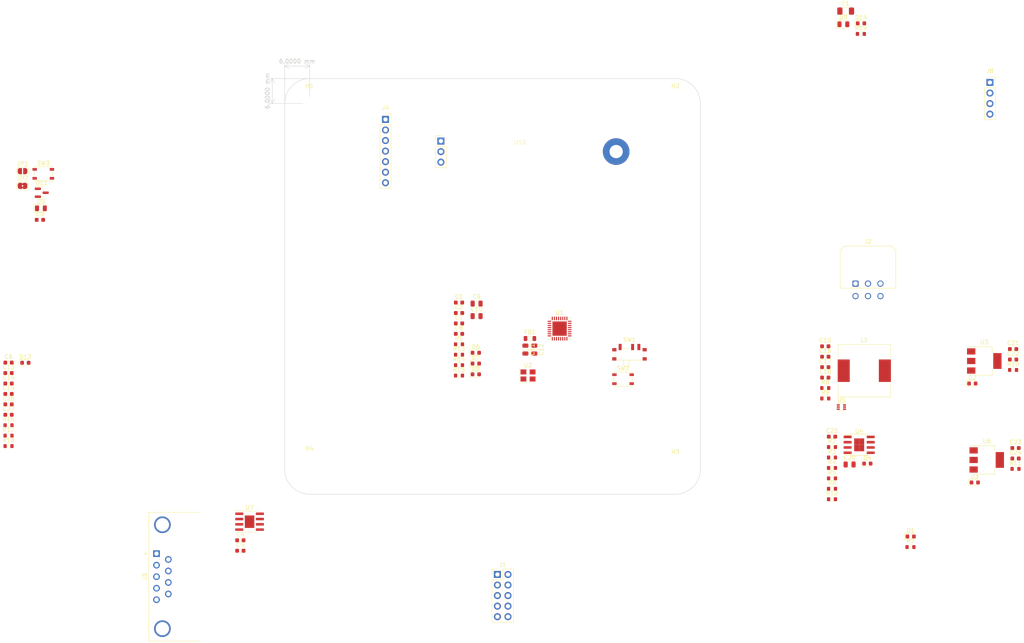
<source format=kicad_pcb>
(kicad_pcb (version 20221018) (generator pcbnew)
  (layers (0 "F.Cu" signal) (31 "B.Cu" signal) (34 "B.Paste" user) (35 "F.Paste" user) (36 "B.SilkS" user "B.Silkscreen") (37 "F.SilkS" user "F.Silkscreen") (38 "B.Mask" user) (39 "F.Mask" user) (44 "Edge.Cuts" user))
  (net 0 "")
  (net 1 "GND")
  (net 2 "+3V3")
  (net 3 "/NRST")
  (net 4 "/TARE")
  (net 5 "+5V")
  (net 6 "+3.3V")
  (net 7 "+3.3VA")
  (net 8 "Net-(C12-Pad1)")
  (net 9 "+12V")
  (net 10 "/Power/7V")
  (net 11 "Net-(U5-SW)")
  (net 12 "Net-(U5-BST)")
  (net 13 "Net-(C19-Pad2)")
  (net 14 "/Power/12V_UP")
  (net 15 "Net-(C26-Pad2)")
  (net 16 "VBUS_UP")
  (net 17 "Net-(D1-K)")
  (net 18 "Net-(D1-A)")
  (net 19 "Net-(D2-A)")
  (net 20 "Net-(D3-A)")
  (net 21 "Net-(D4-A)")
  (net 22 "/H2_Sense")
  (net 23 "Net-(D6-A)")
  (net 24 "Net-(D7-A)")
  (net 25 "Net-(D8-A)")
  (net 26 "Net-(D9-K)")
  (net 27 "Net-(D9-A)")
  (net 28 "V_HEAT")
  (net 29 "Net-(U10-V_HEAT)")
  (net 30 "Net-(D12-K)")
  (net 31 "Net-(D14-A)")
  (net 32 "/DEBUG_SWDIO")
  (net 33 "/DEBUG_SWCLK")
  (net 34 "/DEBUG_SWO")
  (net 38 "/CD-")
  (net 43 "/CD+")
  (net 46 "/Sensors/SHT_ALRT")
  (net 47 "/Sensors/SHT_RST")
  (net 48 "Net-(J4-Pin_3)")
  (net 49 "/Sensors/SDA")
  (net 50 "/Sensors/SCL")
  (net 51 "Net-(SW1-B)")
  (net 52 "/BOOT0")
  (net 53 "/Power/I_{MON}")
  (net 54 "Net-(R2-Pad2)")
  (net 55 "/Power/~{FAULT}")
  (net 56 "/Power/5V_UP")
  (net 57 "Net-(U4-OVLO)")
  (net 58 "Net-(U4-EN{slash}UVLO)")
  (net 59 "Net-(U5-FB)")
  (net 60 "/GPLED3")
  (net 61 "/GPLED2")
  (net 62 "/GPLED1")
  (net 63 "Net-(U8-CBUS0)")
  (net 64 "Net-(U8-USBDP)")
  (net 65 "Net-(U8-USBDM)")
  (net 67 "/CAN_STBY")
  (net 68 "/XCLK")
  (net 69 "/UART_TX")
  (net 70 "/UART_RX")
  (net 75 "/SDL_Common")
  (net 76 "/SDA_Common")
  (net 77 "/CAN_RX")
  (net 78 "/CAN_TX")
  (net 79 "/DEBUG_SDCLK")
  (net 82 "/GPSW1")
  (net 83 "/GPBTN1")
  (net 84 "/Sensors/V_SENSE")
  (net 85 "/SCL")
  (net 86 "/SDA")
  (footprint "Connector_Molex:Molex_Micro-Fit_3.0_43045-0600_2x03_P3.00mm_Horizontal" (layer "F.Cu") (at 224.33 100.332)
    (fp_text reference "J2" (at 3 -10.12) (layer "F.SilkS"))
    (fp_text value "Conn_02x03_Top_Bottom")
    (pad "" np_thru_hole circle (at 3 -4.32) (size 3 3) (drill 3) (layers "*.Cu" "*.Mask"))
    (pad "1" thru_hole roundrect (at 0 0) (size 1.5 1.5) (drill 1.02) (layers "*.Cu" "*.Mask") (roundrect_rratio 0.166667) (net 14 "/Power/12V_UP"))
    (pad "2" thru_hole circle (at 3 0) (size 1.5 1.5) (drill 1.02) (layers "*.Cu" "*.Mask") (net 1 "GND"))
    (pad "3" thru_hole circle (at 6 0) (size 1.5 1.5) (drill 1.02) (layers "*.Cu" "*.Mask") (net 56 "/Power/5V_UP"))
    (pad "4" thru_hole circle (at 0 3) (size 1.5 1.5) (drill 1.02) (layers "*.Cu" "*.Mask") (net 14 "/Power/12V_UP"))
    (pad "5" thru_hole circle (at 3 3) (size 1.5 1.5) (drill 1.02) (layers "*.Cu" "*.Mask") (net 1 "GND"))
    (pad "6" thru_hole circle (at 6 3) (size 1.5 1.5) (drill 1.02) (layers "*.Cu" "*.Mask") (net 56 "/Power/5V_UP"))
  )
  (footprint "Capacitor_SMD:C_0603_1608Metric" (layer "F.Cu") (at 128.938 109.911)
    (fp_text reference "C7" (at 0 -1.43) (layer "F.SilkS"))
    (fp_text value "100n")
    (pad "1" smd roundrect (at -0.775 0) (size 0.9 0.95) (layers "F.Cu" "F.Paste" "F.Mask") (net 6 "+3.3V"))
    (pad "2" smd roundrect (at 0.775 0) (size 0.9 0.95) (layers "F.Cu" "F.Paste" "F.Mask") (net 1 "GND"))
  )
  (footprint "Capacitor_SMD:C_0603_1608Metric" (layer "F.Cu") (at 262.242 118.588)
    (fp_text reference "C22" (at 0 -1.43) (layer "F.SilkS"))
    (fp_text value "22u")
    (pad "1" smd roundrect (at -0.775 0) (size 0.9 0.95) (layers "F.Cu" "F.Paste" "F.Mask") (net 5 "+5V"))
    (pad "2" smd roundrect (at 0.775 0) (size 0.9 0.95) (layers "F.Cu" "F.Paste" "F.Mask") (net 1 "GND"))
  )
  (footprint "Capacitor_SMD:C_0603_1608Metric" (layer "F.Cu") (at 217.054 122.945)
    (fp_text reference "C18" (at 0 -1.43) (layer "F.SilkS"))
    (fp_text value "100n")
    (pad "1" smd roundrect (at -0.775 0) (size 0.9 0.95) (layers "F.Cu" "F.Paste" "F.Mask") (net 11 "Net-(U5-SW)"))
    (pad "2" smd roundrect (at 0.775 0) (size 0.9 0.95) (layers "F.Cu" "F.Paste" "F.Mask") (net 12 "Net-(U5-BST)"))
  )
  (footprint "Capacitor_SMD:C_0603_1608Metric" (layer "F.Cu") (at 262.827 139.887)
    (fp_text reference "C23" (at 0 -1.43) (layer "F.SilkS"))
    (fp_text value "10u")
    (pad "1" smd roundrect (at -0.775 0) (size 0.9 0.95) (layers "F.Cu" "F.Paste" "F.Mask") (net 5 "+5V"))
    (pad "2" smd roundrect (at 0.775 0) (size 0.9 0.95) (layers "F.Cu" "F.Paste" "F.Mask") (net 1 "GND"))
  )
  (footprint "Resistor_SMD:R_0603_1608Metric" (layer "F.Cu") (at 218.6775 139.657)
    (fp_text reference "R2" (at 0 -1.43) (layer "F.SilkS"))
    (fp_text value "464")
    (pad "1" smd roundrect (at -0.825 0) (size 0.8 0.95) (layers "F.Cu" "F.Paste" "F.Mask") (net 53 "/Power/I_{MON}"))
    (pad "2" smd roundrect (at 0.825 0) (size 0.8 0.95) (layers "F.Cu" "F.Paste" "F.Mask") (net 54 "Net-(R2-Pad2)"))
  )
  (footprint "Resistor_SMD:R_0603_1608Metric" (layer "F.Cu") (at 218.6775 147.187)
    (fp_text reference "R5" (at 0 -1.43) (layer "F.SilkS"))
    (fp_text value "13k")
    (pad "1" smd roundrect (at -0.825 0) (size 0.8 0.95) (layers "F.Cu" "F.Paste" "F.Mask") (net 58 "Net-(U4-EN{slash}UVLO)"))
    (pad "2" smd roundrect (at 0.825 0) (size 0.8 0.95) (layers "F.Cu" "F.Paste" "F.Mask") (net 57 "Net-(U4-OVLO)"))
  )
  (footprint "Capacitor_SMD:C_0603_1608Metric" (layer "F.Cu") (at 217.054 115.415)
    (fp_text reference "C15" (at 0 -1.43) (layer "F.SilkS"))
    (fp_text value "10u")
    (pad "1" smd roundrect (at -0.775 0) (size 0.9 0.95) (layers "F.Cu" "F.Paste" "F.Mask") (net 9 "+12V"))
    (pad "2" smd roundrect (at 0.775 0) (size 0.9 0.95) (layers "F.Cu" "F.Paste" "F.Mask") (net 1 "GND"))
  )
  (footprint "Capacitor_SMD:C_0603_1608Metric" (layer "F.Cu") (at 262.827 142.397)
    (fp_text reference "C24" (at 0 -1.43) (layer "F.SilkS"))
    (fp_text value "22u")
    (pad "1" smd roundrect (at -0.775 0) (size 0.9 0.95) (layers "F.Cu" "F.Paste" "F.Mask") (net 2 "+3V3"))
    (pad "2" smd roundrect (at 0.775 0) (size 0.9 0.95) (layers "F.Cu" "F.Paste" "F.Mask") (net 1 "GND"))
  )
  (footprint "Capacitor_SMD:C_0603_1608Metric" (layer "F.Cu") (at 20.5625 121.85)
    (fp_text reference "C13" (at 0 -1.43) (layer "F.SilkS"))
    (fp_text value "4u7")
    (pad "1" smd roundrect (at -0.775 0) (size 0.9 0.95) (layers "F.Cu" "F.Paste" "F.Mask") (net 5 "+5V"))
    (pad "2" smd roundrect (at 0.775 0) (size 0.9 0.95) (layers "F.Cu" "F.Paste" "F.Mask") (net 1 "GND"))
  )
  (footprint "Package_DFN_QFN:QFN-32-1EP_5x5mm_P0.5mm_EP3.45x3.45mm" (layer "F.Cu") (at 153.1375 111.153)
    (fp_text reference "U1" (at 0 -3.82) (layer "F.SilkS"))
    (fp_text value "STM32L432KCUx")
    (pad "1" smd roundrect (at -2.4375 -1.75) (size 0.875 0.25) (layers "F.Cu" "F.Paste" "F.Mask") (net 6 "+3.3V"))
    (pad "2" smd roundrect (at -2.4375 -1.25) (size 0.875 0.25) (layers "F.Cu" "F.Paste" "F.Mask"))
    (pad "3" smd roundrect (at -2.4375 -0.75) (size 0.875 0.25) (layers "F.Cu" "F.Paste" "F.Mask") (net 67 "/CAN_STBY"))
    (pad "4" smd roundrect (at -2.4375 -0.25) (size 0.875 0.25) (layers "F.Cu" "F.Paste" "F.Mask") (net 3 "/NRST"))
    (pad "5" smd roundrect (at -2.4375 0.25) (size 0.875 0.25) (layers "F.Cu" "F.Paste" "F.Mask") (net 7 "+3.3VA"))
    (pad "6" smd roundrect (at -2.4375 0.75) (size 0.875 0.25) (layers "F.Cu" "F.Paste" "F.Mask") (net 68 "/XCLK"))
    (pad "7" smd roundrect (at -2.4375 1.25) (size 0.875 0.25) (layers "F.Cu" "F.Paste" "F.Mask") (net 22 "/H2_Sense"))
    (pad "8" smd roundrect (at -2.4375 1.75) (size 0.875 0.25) (layers "F.Cu" "F.Paste" "F.Mask") (net 69 "/UART_TX"))
    (pad "9" smd roundrect (at -1.75 2.4375) (size 0.25 0.875) (layers "F.Cu" "F.Paste" "F.Mask") (net 70 "/UART_RX"))
    (pad "10" smd roundrect (at -1.25 2.4375) (size 0.25 0.875) (layers "F.Cu" "F.Paste" "F.Mask"))
    (pad "11" smd roundrect (at -0.75 2.4375) (size 0.25 0.875) (layers "F.Cu" "F.Paste" "F.Mask") (net 62 "/GPLED1"))
    (pad "12" smd roundrect (at -0.25 2.4375) (size 0.25 0.875) (layers "F.Cu" "F.Paste" "F.Mask") (net 61 "/GPLED2"))
    (pad "13" smd roundrect (at 0.25 2.4375) (size 0.25 0.875) (layers "F.Cu" "F.Paste" "F.Mask") (net 60 "/GPLED3"))
    (pad "14" smd roundrect (at 0.75 2.4375) (size 0.25 0.875) (layers "F.Cu" "F.Paste" "F.Mask"))
    (pad "15" smd roundrect (at 1.25 2.4375) (size 0.25 0.875) (layers "F.Cu" "F.Paste" "F.Mask"))
    (pad "16" smd roundrect (at 1.75 2.4375) (size 0.25 0.875) (layers "F.Cu" "F.Paste" "F.Mask") (net 1 "GND"))
    (pad "17" smd roundrect (at 2.4375 1.75) (size 0.875 0.25) (layers "F.Cu" "F.Paste" "F.Mask") (net 6 "+3.3V"))
    (pad "18" smd roundrect (at 2.4375 1.25) (size 0.875 0.25) (layers "F.Cu" "F.Paste" "F.Mask"))
    (pad "19" smd roundrect (at 2.4375 0.75) (size 0.875 0.25) (layers "F.Cu" "F.Paste" "F.Mask") (net 75 "/SDL_Common"))
    (pad "20" smd roundrect (at 2.4375 0.25) (size 0.875 0.25) (layers "F.Cu" "F.Paste" "F.Mask") (net 76 "/SDA_Common"))
    (pad "21" smd roundrect (at 2.4375 -0.25) (size 0.875 0.25) (layers "F.Cu" "F.Paste" "F.Mask") (net 77 "/CAN_RX"))
    (pad "22" smd roundrect (at 2.4375 -0.75) (size 0.875 0.25) (layers "F.Cu" "F.Paste" "F.Mask") (net 78 "/CAN_TX"))
    (pad "23" smd roundrect (at 2.4375 -1.25) (size 0.875 0.25) (layers "F.Cu" "F.Paste" "F.Mask") (net 32 "/DEBUG_SWDIO"))
    (pad "24" smd roundrect (at 2.4375 -1.75) (size 0.875 0.25) (layers "F.Cu" "F.Paste" "F.Mask") (net 79 "/DEBUG_SDCLK"))
    (pad "25" smd roundrect (at 1.75 -2.4375) (size 0.25 0.875) (layers "F.Cu" "F.Paste" "F.Mask"))
    (pad "26" smd roundrect (at 1.25 -2.4375) (size 0.25 0.875) (layers "F.Cu" "F.Paste" "F.Mask") (net 34 "/DEBUG_SWO"))
    (pad "27" smd roundrect (at 0.75 -2.4375) (size 0.25 0.875) (layers "F.Cu" "F.Paste" "F.Mask"))
    (pad "28" smd roundrect (at 0.25 -2.4375) (size 0.25 0.875) (layers "F.Cu" "F.Paste" "F.Mask") (net 4 "/TARE"))
    (pad "29" smd roundrect (at -0.25 -2.4375) (size 0.25 0.875) (layers "F.Cu" "F.Paste" "F.Mask") (net 82 "/GPSW1"))
    (pad "30" smd roundrect (at -0.75 -2.4375) (size 0.25 0.875) (layers "F.Cu" "F.Paste" "F.Mask") (net 83 "/GPBTN1"))
    (pad "31" smd roundrect (at -1.25 -2.4375) (size 0.25 0.875) (layers "F.Cu" "F.Paste" "F.Mask") (net 52 "/BOOT0"))
    (pad "32" smd roundrect (at -1.75 -2.4375) (size 0.25 0.875) (layers "F.Cu" "F.Paste" "F.Mask") (net 1 "GND"))
    (pad "33" smd rect (at 0 0) (size 3.45 3.45) (layers "F.Cu" "F.Mask") (net 1 "GND"))
  )
  (footprint "Connector_PinSocket_2.54mm:PinSocket_1x07_P2.54mm_Vertical" (layer "F.Cu") (at 111.252 60.833)
    (fp_text reference "J4" (at 0 -2.77) (layer "F.SilkS"))
    (fp_text value "SHT31D Module")
    (pad "1" thru_hole rect (at 0 0) (size 1.7 1.7) (drill 1) (layers "*.Cu" "*.Mask") (net 46 "/Sensors/SHT_ALRT"))
    (pad "2" thru_hole oval (at 0 2.54) (size 1.7 1.7) (drill 1) (layers "*.Cu" "*.Mask") (net 47 "/Sensors/SHT_RST"))
    (pad "3" thru_hole oval (at 0 5.08) (size 1.7 1.7) (drill 1) (layers "*.Cu" "*.Mask") (net 48 "Net-(J4-Pin_3)"))
    (pad "4" thru_hole oval (at 0 7.62) (size 1.7 1.7) (drill 1) (layers "*.Cu" "*.Mask") (net 49 "/Sensors/SDA"))
    (pad "5" thru_hole oval (at 0 10.16) (size 1.7 1.7) (drill 1) (layers "*.Cu" "*.Mask") (net 50 "/Sensors/SCL"))
    (pad "6" thru_hole oval (at 0 12.7) (size 1.7 1.7) (drill 1) (layers "*.Cu" "*.Mask") (net 1 "GND"))
    (pad "7" thru_hole oval (at 0 15.24) (size 1.7 1.7) (drill 1) (layers "*.Cu" "*.Mask") (net 5 "+5V"))
  )
  (footprint "MountingHole:MountingHole_3.2mm_M3" (layer "F.Cu") (at 181 145)
    (fp_text reference "H3" (at 0 -4.2) (layer "F.SilkS"))
    (fp_text value "MountingHole")
    (pad "" np_thru_hole circle (at 0 0) (size 3.2 3.2) (drill 3.2) (layers "*.Cu" "*.Mask"))
  )
  (footprint "Connector_Dsub:DSUB-9_Female_Horizontal_P2.77x2.84mm_EdgePinOffset7.70mm_Housed_MountingHolesOffset9.12mm" (layer "F.Cu") (at 56.160338 165.307 90)
    (fp_text reference "J3" (at -5.54 -2.8 90) (layer "F.SilkS"))
    (fp_text value "Conn_01x09_Socket")
    (pad "0" thru_hole circle (at -18.04 1.42 90) (size 4 4) (drill 3.2) (layers "*.Cu" "*.Mask"))
    (pad "0" thru_hole circle (at 6.96 1.42 90) (size 4 4) (drill 3.2) (layers "*.Cu" "*.Mask"))
    (pad "1" thru_hole rect (at 0 0 90) (size 1.6 1.6) (drill 1) (layers "*.Cu" "*.Mask"))
    (pad "2" thru_hole circle (at -2.77 0 90) (size 1.6 1.6) (drill 1) (layers "*.Cu" "*.Mask") (net 38 "/CD-"))
    (pad "3" thru_hole circle (at -5.54 0 90) (size 1.6 1.6) (drill 1) (layers "*.Cu" "*.Mask"))
    (pad "4" thru_hole circle (at -8.31 0 90) (size 1.6 1.6) (drill 1) (layers "*.Cu" "*.Mask"))
    (pad "5" thru_hole circle (at -11.08 0 90) (size 1.6 1.6) (drill 1) (layers "*.Cu" "*.Mask"))
    (pad "6" thru_hole circle (at -1.385 2.84 90) (size 1.6 1.6) (drill 1) (layers "*.Cu" "*.Mask"))
    (pad "7" thru_hole circle (at -4.155 2.84 90) (size 1.6 1.6) (drill 1) (layers "*.Cu" "*.Mask") (net 43 "/CD+"))
    (pad "8" thru_hole circle (at -6.925 2.84 90) (size 1.6 1.6) (drill 1) (layers "*.Cu" "*.Mask"))
    (pad "9" thru_hole circle (at -9.695 2.84 90) (size 1.6 1.6) (drill 1) (layers "*.Cu" "*.Mask"))
  )
  (footprint "Resistor_SMD:R_0603_1608Metric" (layer "F.Cu") (at 237.5515 163.713)
    (fp_text reference "R7" (at 0 -1.43) (layer "F.SilkS"))
    (fp_text value "600R")
    (pad "1" smd roundrect (at -0.825 0) (size 0.8 0.95) (layers "F.Cu" "F.Paste" "F.Mask") (net 56 "/Power/5V_UP"))
    (pad "2" smd roundrect (at 0.825 0) (size 0.8 0.95) (layers "F.Cu" "F.Paste" "F.Mask") (net 18 "Net-(D1-A)"))
  )
  (footprint "Package_SO:SOIC-8-1EP_3.9x4.9mm_P1.27mm_EP2.29x3mm" (layer "F.Cu") (at 78.551 157.607)
    (fp_text reference "U7" (at 0 -3.4) (layer "F.SilkS"))
    (fp_text value "MCP2542FD-E/SN")
    (pad "1" smd roundrect (at -2.475 -1.905) (size 1.95 0.6) (layers "F.Cu" "F.Paste" "F.Mask") (net 78 "/CAN_TX"))
    (pad "2" smd roundrect (at -2.475 -0.635) (size 1.95 0.6) (layers "F.Cu" "F.Paste" "F.Mask") (net 1 "GND"))
    (pad "3" smd roundrect (at -2.475 0.635) (size 1.95 0.6) (layers "F.Cu" "F.Paste" "F.Mask") (net 5 "+5V"))
    (pad "4" smd roundrect (at -2.475 1.905) (size 1.95 0.6) (layers "F.Cu" "F.Paste" "F.Mask") (net 77 "/CAN_RX"))
    (pad "5" smd roundrect (at 2.475 1.905) (size 1.95 0.6) (layers "F.Cu" "F.Paste" "F.Mask") (net 2 "+3V3"))
    (pad "6" smd roundrect (at 2.475 0.635) (size 1.95 0.6) (layers "F.Cu" "F.Paste" "F.Mask") (net 38 "/CD-"))
    (pad "7" smd roundrect (at 2.475 -0.635) (size 1.95 0.6) (layers "F.Cu" "F.Paste" "F.Mask") (net 43 "/CD+"))
    (pad "8" smd roundrect (at 2.475 -1.905) (size 1.95 0.6) (layers "F.Cu" "F.Paste" "F.Mask") (net 67 "/CAN_STBY"))
    (pad "9" smd rect (at 0 0) (size 2.29 3) (layers "F.Cu" "F.Mask") (net 1 "GND"))
  )
  (footprint "Inductor_SMD:L_0805_2012Metric" (layer "F.Cu") (at 146.0035 113.538)
    (fp_text reference "FB1" (at 0 -1.55) (layer "F.SilkS"))
    (fp_text value "600R")
    (pad "1" smd roundrect (at -1.0625 0) (size 0.875 1.2) (layers "F.Cu" "F.Paste" "F.Mask") (net 7 "+3.3VA"))
    (pad "2" smd roundrect (at 1.0625 0) (size 0.875 1.2) (layers "F.Cu" "F.Paste" "F.Mask") (net 8 "Net-(C12-Pad1)"))
  )
  (footprint "Capacitor_SMD:C_0603_1608Metric" (layer "F.Cu") (at 128.938 112.421)
    (fp_text reference "C8" (at 0 -1.43) (layer "F.SilkS"))
    (fp_text value "100n")
    (pad "1" smd roundrect (at -0.775 0) (size 0.9 0.95) (layers "F.Cu" "F.Paste" "F.Mask") (net 6 "+3.3V"))
    (pad "2" smd roundrect (at 0.775 0) (size 0.9 0.95) (layers "F.Cu" "F.Paste" "F.Mask") (net 1 "GND"))
  )
  (footprint "Jumper:SolderJumper-2_P1.3mm_Bridged2Bar_RoundedPad1.0x1.5mm" (layer "F.Cu") (at 23.9325 76.82)
    (fp_text reference "JP2" (at 0 -1.8) (layer "F.SilkS"))
    (fp_text value "Address 0x44")
    (fp_poly (pts (xy -0.25 -0.6) (xy 0.25 -0.6) (xy 0.25 -0.2) (xy -0.25 -0.2)) (fill solid) (layer "F.Cu"))
    (fp_poly (pts (xy -0.25 0.2) (xy 0.25 0.2) (xy 0.25 0.6) (xy -0.25 0.6)) (fill solid) (layer "F.Cu"))
    (pad "1" smd custom (at -0.65 0) (size 1 0.5) (layers "F.Cu" "F.Mask") (net 1 "GND") (options (clearance outline) (anchor rect)) (primitives (gr_circle (center 0 0.25) (end 0.5 0.25) (width 0) (fill yes)) (gr_circle (center 0 -0.25) (end 0.5 -0.25) (width 0) (fill yes)) (gr_poly (pts (xy 0.5 0.75) (xy 0 0.75) (xy 0 -0.75) (xy 0.5 -0.75)) (width 0) (fill yes))))
    (pad "2" smd custom (at 0.65 0) (size 1 0.5) (layers "F.Cu" "F.Mask") (net 48 "Net-(J4-Pin_3)") (options (clearance outline) (anchor rect)) (primitives (gr_circle (center 0 0.25) (end 0.5 0.25) (width 0) (fill yes)) (gr_circle (center 0 -0.25) (end 0.5 -0.25) (width 0) (fill yes)) (gr_poly (pts (xy 0 0.75) (xy -0.5 0.75) (xy -0.5 -0.75) (xy 0 -0.75)) (width 0) (fill yes))))
  )
  (footprint "Resistor_SMD:R_0603_1608Metric" (layer "F.Cu") (at 218.6775 149.697)
    (fp_text reference "R6" (at 0 -1.43) (layer "F.SilkS"))
    (fp_text value "450k")
    (pad "1" smd roundrect (at -0.825 0) (size 0.8 0.95) (layers "F.Cu" "F.Paste" "F.Mask") (net 58 "Net-(U4-EN{slash}UVLO)"))
    (pad "2" smd roundrect (at 0.825 0) (size 0.8 0.95) (layers "F.Cu" "F.Paste" "F.Mask") (net 14 "/Power/12V_UP"))
  )
  (footprint "Package_TO_SOT_SMD:SOT-563" (layer "F.Cu") (at 220.934 130.035)
    (fp_text reference "U5" (at 0 -1.7) (layer "F.SilkS"))
    (fp_text value "AP62250Z6")
    (pad "1" smd rect (at -0.75 -0.5) (size 0.7 0.34) (layers "F.Cu" "F.Paste" "F.Mask") (net 9 "+12V"))
    (pad "2" smd rect (at -0.75 0) (size 0.7 0.34) (layers "F.Cu" "F.Paste" "F.Mask") (net 11 "Net-(U5-SW)"))
    (pad "3" smd rect (at -0.75 0.5) (size 0.7 0.34) (layers "F.Cu" "F.Paste" "F.Mask") (net 1 "GND"))
    (pad "4" smd rect (at 0.75 0.5) (size 0.7 0.34) (layers "F.Cu" "F.Paste" "F.Mask") (net 12 "Net-(U5-BST)"))
    (pad "5" smd rect (at 0.75 0) (size 0.7 0.34) (layers "F.Cu" "F.Paste" "F.Mask") (net 9 "+12V"))
    (pad "6" smd rect (at 0.75 -0.5) (size 0.7 0.34) (layers "F.Cu" "F.Paste" "F.Mask") (net 59 "Net-(U5-FB)"))
  )
  (footprint "Resistor_SMD:R_0603_1608Metric" (layer "F.Cu") (at 20.5625 134.4)
    (fp_text reference "R16" (at 0 -1.43) (layer "F.SilkS"))
    (fp_text value "260R")
    (pad "1" smd roundrect (at -0.825 0) (size 0.8 0.95) (layers "F.Cu" "F.Paste" "F.Mask") (net 63 "Net-(U8-CBUS0)"))
    (pad "2" smd roundrect (at 0.825 0) (size 0.8 0.95) (layers "F.Cu" "F.Paste" "F.Mask") (net 30 "Net-(D12-K)"))
  )
  (footprint "SYM&FOOT:H2_Sensor_Daughter_Board_Rev_1" (layer "F.Cu") (at 143.628 68.566)
    (fp_text reference "U10" (at 0 -2.238 unlocked) (layer "F.SilkS") (effects (font (thickness 0.1))))
    (fp_text value "~")
    (pad "" thru_hole circle (at 23.114 0) (size 6.4 6.4) (drill 3.2) (layers "*.Cu" "*.Mask"))
    (pad "1" thru_hole rect (at -19.05 -2.525) (size 1.7 1.7) (drill 1) (layers "*.Cu" "*.Mask") (net 1 "GND"))
    (pad "2" thru_hole oval (at -19.05 0.015) (size 1.7 1.7) (drill 1) (layers "*.Cu" "*.Mask") (net 84 "/Sensors/V_SENSE"))
    (pad "3" thru_hole oval (at -19.05 2.555) (size 1.7 1.7) (drill 1) (layers "*.Cu" "*.Mask") (net 29 "Net-(U10-V_HEAT)"))
  )
  (footprint "Capacitor_SMD:C_0805_2012Metric" (layer "F.Cu") (at 222.9075 143.847)
    (fp_text reference "C20" (at 0 -1.68) (layer "F.SilkS"))
    (fp_text value "100u")
    (pad "1" smd roundrect (at -0.95 0) (size 1 1.45) (layers "F.Cu" "F.Paste" "F.Mask") (net 9 "+12V"))
    (pad "2" smd roundrect (at 0.95 0) (size 1 1.45) (layers "F.Cu" "F.Paste" "F.Mask") (net 1 "GND"))
  )
  (footprint "Package_SO:TI_SO-PowerPAD-8" (layer "F.Cu") (at 225.2075 139.117)
    (fp_text reference "U4" (at 0 -3.3) (layer "F.SilkS"))
    (fp_text value "TPS2596")
    (pad "1" smd rect (at -2.78 -1.905) (size 1.91 0.61) (layers "F.Cu" "F.Paste" "F.Mask") (net 1 "GND"))
    (pad "2" smd rect (at -2.78 -0.635) (size 1.91 0.61) (layers "F.Cu" "F.Paste" "F.Mask") (net 1 "GND"))
    (pad "3" smd rect (at -2.78 0.635) (size 1.91 0.61) (layers "F.Cu" "F.Paste" "F.Mask") (net 58 "Net-(U4-EN{slash}UVLO)"))
    (pad "4" smd rect (at -2.78 1.905) (size 1.91 0.61) (layers "F.Cu" "F.Paste" "F.Mask") (net 14 "/Power/12V_UP"))
    (pad "5" smd rect (at 2.78 1.905) (size 1.91 0.61) (layers "F.Cu" "F.Paste" "F.Mask") (net 9 "+12V"))
    (pad "6" smd rect (at 2.78 0.635) (size 1.91 0.61) (layers "F.Cu" "F.Paste" "F.Mask") (net 55 "/Power/~{FAULT}"))
    (pad "7" smd rect (at 2.78 -0.635) (size 1.91 0.61) (layers "F.Cu" "F.Paste" "F.Mask") (net 53 "/Power/I_{MON}"))
    (pad "8" smd rect (at 2.78 -1.905) (size 1.91 0.61) (layers "F.Cu" "F.Paste" "F.Mask") (net 57 "Net-(U4-OVLO)"))
    (pad "9" smd rect (at -0.6025 -0.775) (size 1.205 1.55) (layers "F.Cu" "F.Paste" "F.Mask") (net 1 "GND"))
    (pad "9" smd rect (at -0.6025 0.775) (size 1.205 1.55) (layers "F.Cu" "F.Paste" "F.Mask") (net 1 "GND"))
    (pad "9" smd rect (at 0.6025 -0.775) (size 1.205 1.55) (layers "F.Cu" "F.Paste" "F.Mask") (net 1 "GND"))
    (pad "9" smd rect (at 0.6025 0.775) (size 1.205 1.55) (layers "F.Cu" "F.Paste" "F.Mask") (net 1 "GND"))
  )
  (footprint "Capacitor_SMD:C_0603_1608Metric" (layer "F.Cu") (at 28.1125 84.99)
    (fp_text reference "C3" (at 0 -1.43) (layer "F.SilkS"))
    (fp_text value "100n")
    (pad "1" smd roundrect (at -0.775 0) (size 0.9 0.95) (layers "F.Cu" "F.Paste" "F.Mask") (net 1 "GND"))
    (pad "2" smd roundrect (at 0.775 0) (size 0.9 0.95) (layers "F.Cu" "F.Paste" "F.Mask") (net 4 "/TARE"))
  )
  (footprint "Capacitor_SMD:C_0603_1608Metric" (layer "F.Cu") (at 76.331 164.597)
    (fp_text reference "C5" (at 0 -1.43) (layer "F.SilkS"))
    (fp_text value "100n")
    (pad "1" smd roundrect (at -0.775 0) (size 0.9 0.95) (layers "F.Cu" "F.Paste" "F.Mask") (net 1 "GND"))
    (pad "2" smd roundrect (at 0.775 0) (size 0.9 0.95) (layers "F.Cu" "F.Paste" "F.Mask") (net 2 "+3V3"))
  )
  (footprint "Capacitor_SMD:C_0603_1608Metric" (layer "F.Cu") (at 20.5625 129.38)
    (fp_text reference "C26" (at 0 -1.43) (layer "F.SilkS"))
    (fp_text value "47p")
    (pad "1" smd roundrect (at -0.775 0) (size 0.9 0.95) (layers "F.Cu" "F.Paste" "F.Mask") (net 1 "GND"))
    (pad "2" smd roundrect (at 0.775 0) (size 0.9 0.95) (layers "F.Cu" "F.Paste" "F.Mask") (net 15 "Net-(C26-Pad2)"))
  )
  (footprint "Resistor_SMD:R_0603_1608Metric" (layer "F.Cu") (at 225.616 40.259)
    (fp_text reference "R19" (at 0 -1.43) (layer "F.SilkS"))
    (fp_text value "600R")
    (pad "1" smd roundrect (at -0.825 0) (size 0.8 0.95) (layers "F.Cu" "F.Paste" "F.Mask") (net 27 "Net-(D9-A)"))
    (pad "2" smd roundrect (at 0.825 0) (size 0.8 0.95) (layers "F.Cu" "F.Paste" "F.Mask") (net 31 "Net-(D14-A)"))
  )
  (footprint "MountingHole:MountingHole_3.2mm_M3" (layer "F.Cu") (at 181 57)
    (fp_text reference "H2" (at 0 -4.2) (layer "F.SilkS"))
    (fp_text value "MountingHole")
    (pad "" np_thru_hole circle (at 0 0) (size 3.2 3.2) (drill 3.2) (layers "*.Cu" "*.Mask"))
  )
  (footprint "Connector_PinHeader_2.54mm:PinHeader_2x05_P2.54mm_Vertical" (layer "F.Cu") (at 138.176 170.307)
    (fp_text reference "J1" (at 1.27 -2.33) (layer "F.SilkS"))
    (fp_text value "Conn_02x05_Top_Bottom")
    (pad "1" thru_hole rect (at 0 0) (size 1.7 1.7) (drill 1) (layers "*.Cu" "*.Mask") (net 2 "+3V3"))
    (pad "2" thru_hole oval (at 2.54 0) (size 1.7 1.7) (drill 1) (layers "*.Cu" "*.Mask") (net 32 "/DEBUG_SWDIO"))
    (pad "3" thru_hole oval (at 0 2.54) (size 1.7 1.7) (drill 1) (layers "*.Cu" "*.Mask") (net 1 "GND"))
    (pad "4" thru_hole oval (at 2.54 2.54) (size 1.7 1.7) (drill 1) (layers "*.Cu" "*.Mask") (net 33 "/DEBUG_SWCLK"))
    (pad "5" thru_hole oval (at 0 5.08) (size 1.7 1.7) (drill 1) (layers "*.Cu" "*.Mask") (net 1 "GND"))
    (pad "6" thru_hole oval (at 2.54 5.08) (size 1.7 1.7) (drill 1) (layers "*.Cu" "*.Mask") (net 34 "/DEBUG_SWO"))
    (pad "7" thru_hole oval (at 0 7.62) (size 1.7 1.7) (drill 1) (layers "*.Cu" "*.Mask"))
    (pad "8" thru_hole oval (at 2.54 7.62) (size 1.7 1.7) (drill 1) (layers "*.Cu" "*.Mask"))
    (pad "9" thru_hole oval (at 0 10.16) (size 1.7 1.7) (drill 1) (layers "*.Cu" "*.Mask") (net 1 "GND"))
    (pad "10" thru_hole oval (at 2.54 10.16) (size 1.7 1.7) (drill 1) (layers "*.Cu" "*.Mask") (net 3 "/NRST"))
  )
  (footprint "LED_SMD:LED_0603_1608Metric" (layer "F.Cu") (at 252.432 124.368)
    (fp_text reference "D2" (at 0 -1.43) (layer "F.SilkS"))
    (fp_text value "BLUE")
    (pad "1" smd roundrect (at -0.7875 0) (size 0.875 0.95) (layers "F.Cu" "F.Paste" "F.Mask") (net 1 "GND"))
    (pad "2" smd roundrect (at 0.7875 0) (size 0.875 0.95) (layers "F.Cu" "F.Paste" "F.Mask") (net 19 "Net-(D2-A)"))
  )
  (footprint "Package_TO_SOT_SMD:SOT-23" (layer "F.Cu") (at 28.5525 78.47)
    (fp_text reference "D11" (at 0 -2.4) (layer "F.SilkS"))
    (fp_text value "BAT54C")
    (pad "1" smd roundrect (at -0.9375 -0.95) (size 1.475 0.6) (layers "F.Cu" "F.Paste" "F.Mask") (net 5 "+5V"))
    (pad "2" smd roundrect (at -0.9375 0.95) (size 1.475 0.6) (layers "F.Cu" "F.Paste" "F.Mask") (net 28 "V_HEAT"))
    (pad "3" smd roundrect (at 0.9375 0) (size 1.475 0.6) (layers "F.Cu" "F.Paste" "F.Mask") (net 29 "Net-(U10-V_HEAT)"))
  )
  (footprint "Resistor_SMD:R_0603_1608Metric" (layer "F.Cu") (at 217.054 127.965)
    (fp_text reference "R9" (at 0 -1.43) (layer "F.SilkS"))
    (fp_text value "10k")
    (pad "1" smd roundrect (at -0.825 0) (size 0.8 0.95) (layers "F.Cu" "F.Paste" "F.Mask") (net 1 "GND"))
    (pad "2" smd roundrect (at 0.825 0) (size 0.8 0.95) (layers "F.Cu" "F.Paste" "F.Mask") (net 59 "Net-(U5-FB)"))
  )
  (footprint "LED_SMD:LED_0603_1608Metric" (layer "F.Cu") (at 225.656 37.709)
    (fp_text reference "D14" (at 0 -1.43) (layer "F.SilkS"))
    (fp_text value "BLUE")
    (pad "1" smd roundrect (at -0.7875 0) (size 0.875 0.95) (layers "F.Cu" "F.Paste" "F.Mask") (net 1 "GND"))
    (pad "2" smd roundrect (at 0.7875 0) (size 0.875 0.95) (layers "F.Cu" "F.Paste" "F.Mask") (net 31 "Net-(D14-A)"))
  )
  (footprint "Connector_PinSocket_2.54mm:PinSocket_1x04_P2.54mm_Vertical" (layer "F.Cu") (at 256.667 51.943)
    (fp_text reference "J8" (at 0 -2.77) (layer "F.SilkS"))
    (fp_text value "OLED")
    (pad "1" thru_hole rect (at 0 0) (size 1.7 1.7) (drill 1) (layers "*.Cu" "*.Mask") (net 1 "GND"))
    (pad "2" thru_hole oval (at 0 2.54) (size 1.7 1.7) (drill 1) (layers "*.Cu" "*.Mask") (net 5 "+5V"))
    (pad "3" thru_hole oval (at 0 5.08) (size 1.7 1.7) (drill 1) (layers "*.Cu" "*.Mask") (net 85 "/SCL"))
    (pad "4" thru_hole oval (at 0 7.62) (size 1.7 1.7) (drill 1) (layers "*.Cu" "*.Mask") (net 86 "/SDA"))
  )
  (footprint "Capacitor_SMD:C_0805_2012Metric" (layer "F.Cu") (at 133.168 108.151)
    (fp_text reference "C10" (at 0 -1.68) (layer "F.SilkS"))
    (fp_text value "10u")
    (pad "1" smd roundrect (at -0.95 0) (size 1 1.45) (layers "F.Cu" "F.Paste" "F.Mask") (net 7 "+3.3VA"))
    (pad "2" smd roundrect (at 0.95 0) (size 1 1.45) (layers "F.Cu" "F.Paste" "F.Mask") (net 1 "GND"))
  )
  (footprint "Button_Switch_SMD:SW_SPST_PTS810" (layer "F.Cu") (at 168.402 123.317)
    (fp_text reference "SW2" (at 0 -2.6) (layer "F.SilkS"))
    (fp_text value "RESET")
    (pad "1" smd rect (at -2.075 -1.075) (size 1.05 0.65) (layers "F.Cu" "F.Paste" "F.Mask") (net 1 "GND"))
    (pad "1" smd rect (at 2.075 -1.075) (size 1.05 0.65) (layers "F.Cu" "F.Paste" "F.Mask") (net 1 "GND"))
    (pad "2" smd rect (at -2.075 1.075) (size 1.05 0.65) (layers "F.Cu" "F.Paste" "F.Mask") (net 3 "/NRST"))
    (pad "2" smd rect (at 2.075 1.075) (size 1.05 0.65) (layers "F.Cu" "F.Paste" "F.Mask") (net 3 "/NRST"))
  )
  (footprint "Capacitor_SMD:C_0603_1608Metric" (layer "F.Cu") (at 217.054 117.925)
    (fp_text reference "C16" (at 0 -1.43) (layer "F.SilkS"))
    (fp_text value "22u")
    (pad "1" smd roundrect (at -0.775 0) (size 0.9 0.95) (layers "F.Cu" "F.Paste" "F.Mask") (net 10 "/Power/7V"))
    (pad "2" smd roundrect (at 0.775 0) (size 0.9 0.95) (layers "F.Cu" "F.Paste" "F.Mask") (net 1 "GND"))
  )
  (footprint "Resistor_SMD:R_0603_1608Metric" (layer "F.Cu") (at 128.938 122.461)
    (fp_text reference "R15" (at 0 -1.43) (layer "F.SilkS"))
    (fp_text value "100")
    (pad "1" smd roundrect (at -0.825 0) (size 0.8 0.95) (layers "F.Cu" "F.Paste" "F.Mask") (net 25 "Net-(D8-A)"))
    (pad "2" smd roundrect (at 0.825 0) (size 0.8 0.95) (layers "F.Cu" "F.Paste" "F.Mask") (net 62 "/GPLED1"))
  )
  (footprint "Capacitor_SMD:C_0603_1608Metric" (layer "F.Cu") (at 76.331 162.087)
    (fp_text reference "C4" (at 0 -1.43) (layer "F.SilkS"))
    (fp_text value "100n")
    (pad "1" smd roundrect (at -0.775 0) (size 0.9 0.95) (layers "F.Cu" "F.Paste" "F.Mask") (net 1 "GND"))
    (pad "2" smd roundrect (at 0.775 0) (size 0.9 0.95) (layers "F.Cu" "F.Paste" "F.Mask") (net 5 "+5V"))
  )
  (footprint "Capacitor_SMD:C_0603_1608Metric" (layer "F.Cu") (at 218.6775 137.147)
    (fp_text reference "C25" (at 0 -1.43) (layer "F.SilkS"))
    (fp_text value "0.1u")
    (pad "1" smd roundrect (at -0.775 0) (size 0.9 0.95) (layers "F.Cu" "F.Paste" "F.Mask") (net 14 "/Power/12V_UP"))
    (pad "2" smd roundrect (at 0.775 0) (size 0.9 0.95) (layers "F.Cu" "F.Paste" "F.Mask") (net 1 "GND"))
  )
  (footprint "MountingHole:MountingHole_3.2mm_M3" (layer "F.Cu") (at 93 57)
    (fp_text reference "H1" (at 0 -4.2) (layer "F.SilkS"))
    (fp_text value "MountingHole")
    (pad "" np_thru_hole circle (at 0 0) (size 3.2 3.2) (drill 3.2) (layers "*.Cu" "*.Mask"))
  )
  (footprint "Resistor_SMD:R_0603_1608Metric" (layer "F.Cu") (at 262.827 144.907)
    (fp_text reference "R11" (at 0 -1.43) (layer "F.SilkS"))
    (fp_text value "600R")
    (pad "1" smd roundrect (at -0.825 0) (size 0.8 0.95) (layers "F.Cu" "F.Paste" "F.Mask") (net 2 "+3V3"))
    (pad "2" smd roundrect (at 0.825 0) (size 0.8 0.95) (layers "F.Cu" "F.Paste" "F.Mask") (net 20 "Net-(D3-A)"))
  )
  (footprint "Resistor_SMD:R_0603_1608Metric" (layer "F.Cu") (at 218.6775 142.167)
    (fp_text reference "R3" (at 0 -1.43) (layer "F.SilkS"))
    (fp_text value "1k5")
    (pad "1" smd roundrect (at -0.825 0) (size 0.8 0.95) (layers "F.Cu" "F.Paste" "F.Mask") (net 55 "/Power/~{FAULT}"))
    (pad "2" smd roundrect (at 0.825 0) (size 0.8 0.95) (layers "F.Cu" "F.Paste" "F.Mask") (net 56 "/Power/5V_UP"))
  )
  (footprint "LED_SMD:LED_0603_1608Metric" (layer "F.Cu") (at 132.988 122.151)
    (fp_text reference "D8" (at 0 -1.43) (layer "F.SilkS"))
    (fp_text value "AMBER")
    (pad "1" smd roundrect (at -0.7875 0) (size 0.875 0.95) (layers "F.Cu" "F.Paste" "F.Mask") (net 1 "GND"))
    (pad "2" smd roundrect (at 0.7875 0) (size 0.875 0.95) (layers "F.Cu" "F.Paste" "F.Mask") (net 25 "Net-(D8-A)"))
  )
  (footprint "Resistor_SMD:R_0603_1608Metric" (layer "F.Cu") (at 262.242 121.098)
    (fp_text reference "R10" (at 0 -1.43) (layer "F.SilkS"))
    (fp_text value "600R")
    (pad "1" smd roundrect (at -0.825 0) (size 0.8 0.95) (layers "F.Cu" "F.Paste" "F.Mask") (net 5 "+5V"))
    (pad "2" smd roundrect (at 0.825 0) (size 0.8 0.95) (layers "F.Cu" "F.Paste" "F.Mask") (net 19 "Net-(D2-A)"))
  )
  (footprint "Jumper:SolderJumper-2_P1.3mm_Open_RoundedPad1.0x1.5mm" (layer "F.Cu") (at 23.9325 73.27)
    (fp_text reference "JP1" (at 0 -1.8) (layer "F.SilkS"))
    (fp_text value "Address 0x45")
    (pad "1" smd custom (at -0.65 0) (size 1 0.5) (layers "F.Cu" "F.Mask") (net 48 "Net-(J4-Pin_3)") (options (clearance outline) (anchor rect)) (primitives (gr_circle (center 0 0.25) (end 0.5 0.25) (width 0) (fill yes)) (gr_circle (center 0 -0.25) (end 0.5 -0.25) (width 0) (fill yes)) (gr_poly (pts (xy 0.5 0.75) (xy 0 0.75) (xy 0 -0.75) (xy 0.5 -0.75)) (width 0) (fill yes))))
    (pad "2" smd custom (at 0.65 0) (size 1 0.5) (layers "F.Cu" "F.Mask") (net 5 "+5V") (options (clearance outline) (anchor rect)) (primitives (gr_circle (center 0 0.25) (end 0.5 0.25) (width 0) (fill yes)) (gr_circle (center 0 -0.25) (end 0.5 -0.25) (width 0) (fill yes)) (gr_poly (pts (xy 0 0.75) (xy -0.5 0.75) (xy -0.5 -0.75) (xy 0 -0.75)) (width 0) (fill yes))))
  )
  (footprint "Capacitor_SMD:C_0603_1608Metric" (layer "F.Cu") (at 128.938 104.891)
    (fp_text reference "C1" (at 0 -1.43) (layer "F.SilkS"))
    (fp_text value "100n")
    (pad "1" smd roundrect (at -0.775 0) (size 0.9 0.95) (layers "F.Cu" "F.Paste" "F.Mask") (net 1 "GND"))
    (pad "2" smd roundrect (at 0.775 0) (size 0.9 0.95) (layers "F.Cu" "F.Paste" "F.Mask") (net 2 "+3V3"))
  )
  (footprint "Capacitor_SMD:C_0603_1608Metric" (layer "F.Cu") (at 20.5625 124.36)
    (fp_text reference "C14" (at 0 -1.43) (layer "F.SilkS"))
    (fp_text value "100n")
    (pad "1" smd roundrect (at -0.775 0) (size 0.9 0.95) (layers "F.Cu" "F.Paste" "F.Mask") (net 5 "+5V"))
    (pad "2" smd roundrect (at 0.775 0) (size 0.9 0.95) (layers "F.Cu" "F.Paste" "F.Mask") (net 1 "GND"))
  )
  (footprint "Button_Switch_SMD:SW_SPDT_PCM12" (layer "F.Cu") (at 169.952 117.017)
    (fp_text reference "SW1" (at 0 -3.2) (layer "F.SilkS"))
    (fp_text value "SW_SPDT")
    (pad "" smd rect (at -3.65 -0.78) (size 1 0.8) (layers "F.Cu" "F.Paste" "F.Mask"))
    (pad "" smd rect (at -3.65 1.43) (size 1 0.8) (layers "F.Cu" "F.Paste" "F.Mask"))
    (pad "" np_thru_hole circle (at -1.5 0.33) (size 0.9 0.9) (drill 0.9) (layers "*.Cu" "*.Mask"))
    (pad "" np_thru_hole circle (at 1.5 0.33) (size 0.9 0.9) (drill 0.9) (layers "*.Cu" "*.Mask"))
    (pad "" smd rect (at 3.65 -0.78) (size 1 0.8) (layers "F.Cu" "F.Paste" "F.Mask"))
    (pad "" smd rect (at 3.65 1.43) (size 1 0.8) (layers "F.Cu" "F.Paste" "F.Mask"))
    (pad "1" smd rect (at -2.25 -1.43) (size 0.7 1.5) (layers "F.Cu" "F.Paste" "F.Mask") (net 1 "GND"))
    (pad "2" smd rect (at 0.75 -1.43) (size 0.7 1.5) (layers "F.Cu" "F.Paste" "F.Mask") (net 51 "Net-(SW1-B)"))
    (pad "3" smd rect (at 2.25 -1.43) (size 0.7 1.5) (layers "F.Cu" "F.Paste" "F.Mask") (net 6 "+3.3V"))
  )
  (footprint "Fuse:Fuse_1206_3216Metric" (layer "F.Cu") (at 221.966 34.769)
    (fp_text reference "F1" (at 0 -1.82) (layer "F.SilkS"))
    (fp_text value "Polyfuse")
    (pad "1" smd roundrect (at -1.4 0) (size 1.25 1.75) (layers "F.Cu" "F.Paste" "F.Mask") (roundrect_rratio 0.2) (net 26 "Net-(D9-K)"))
    (pad "2" smd roundrect (at 1.4 0) (size 1.25 1.75) (layers "F.Cu" "F.Paste" "F.Mask") (roundrect_rratio 0.2) (net 28 "V_HEAT"))
  )
  (footprint "Capacitor_SMD:C_0603_1608Metric" (layer "F.Cu") (at 262.242 116.078)
    (fp_text reference "C21" (at 0 -1.43) (layer "F.SilkS"))
    (fp_text value "10u")
    (pad "1" smd roundrect (at -0.775 0) (size 0.9 0.95) (layers "F.Cu" "F.Paste" "F.Mask") (net 10 "/Power/7V"))
    (pad "2" smd roundrect (at 0.775 0) (size 0.9 0.95) (layers "F.Cu" "F.Paste" "F.Mask") (net 1 "GND"))
  )
  (footprint "Button_Switch_SMD:SW_SPST_PTS810" (layer "F.Cu") (at 28.925 73.925)
    (fp_text reference "SW3" (at 0 -2.6) (layer "F.SilkS"))
    (fp_text value "TARE")
    (pad "1" smd rect (at -2.075 -1.075) (size 1.05 0.65) (layers "F.Cu" "F.Paste" "F.Mask") (net 1 "GND"))
    (pad "1" smd rect (at 2.075 -1.075) (size 1.05 0.65) (layers "F.Cu" "F.Paste" "F.Mask") (net 1 "GND"))
    (pad "2" smd rect (at -2.075 1.075) (size 1.05 0.65) (layers "F.Cu" "F.Paste" "F.Mask") (net 4 "/TARE"))
    (pad "2" smd rect (at 2.075 1.075) (size 1.05 0.65) (layers "F.Cu" "F.Paste" "F.Mask") (net 4 "/TARE"))
  )
  (footprint "Capacitor_SMD:C_0603_1608Metric" (layer "F.Cu") (at 20.5625 131.89)
    (fp_text reference "C27" (at 0 -1.43) (layer "F.SilkS"))
    (fp_text value "100n")
    (pad "1" smd roundrect (at -0.775 0) (size 0.9 0.95) (layers "F.Cu" "F.Paste" "F.Mask") (net 1 "GND"))
    (pad "2" smd roundrect (at 0.775 0) (size 0.9 0.95) (layers "F.Cu" "F.Paste" "F.Mask") (net 16 "VBUS_UP"))
  )
  (footprint "MountingHole:MountingHole_3.2mm_M3" (layer "F.Cu") (at 93 145)
    (fp_text reference "H4" (at 0 -5) (layer "F.SilkS"))
    (fp_text value "MountingHole")
    (pad "" np_thru_hole circle (at 0 0) (size 3.2 3.2) (drill 3.2) (layers "*.Cu" "*.Mask"))
  )
  (footprint "Crystal:Crystal_SMD_3225-4Pin_3.2x2.5mm" (layer "F.Cu") (at 145.542 122.428)
    (fp_text reference "U2" (at 0 -2.45) (layer "F.SilkS"))
    (fp_text value "8MHz")
    (pad "1" smd rect (at -1.1 0.85) (size 1.4 1.2) (layers "F.Cu" "F.Paste" "F.Mask") (net 2 "+3V3"))
    (pad "2" smd rect (at 1.1 0.85) (size 1.4 1.2) (layers "F.Cu" "F.Paste" "F.Mask") (net 1 "GND"))
    (pad "3" smd rect (at 1.1 -0.85) (size 1.4 1.2) (layers "F.Cu" "F.Paste" "F.Mask") (net 68 "/XCLK"))
    (pad "4" smd rect (at -1.1 -0.85) (size 1.4 1.2) (layers "F.Cu" "F.Paste" "F.Mask") (net 2 "+3V3"))
  )
  (footprint "LED_SMD:LED_0603_1608Metric" (layer "F.Cu") (at 253.017 148.177)
    (fp_text reference "D3" (at 0 -1.43) (layer "F.SilkS"))
    (fp_text value "BLUE")
    (pad "1" smd roundrect (at -0.7875 0) (size 0.875 0.95) (layers "F.Cu" "F.Paste" "F.Mask") (net 1 "GND"))
    (pad "2" smd roundrect (at 0.7875 0) (size 0.875 0.95) (layers "F.Cu" "F.Paste" "F.Mask") (net 20 "Net-(D3-A)"))
  )
  (footprint "Capacitor_SMD:C_0805_2012Metric" (layer "F.Cu") (at 144.907 116.205 -90)
    (fp_text reference "C11" (at 0 -1.68 90) (layer "F.SilkS"))
    (fp_text value "1u")
    (pad "1" smd roundrect (at -0.95 0 270) (size 1 1.45) (layers "F.Cu" "F.Paste" "F.Mask") (net 7 "+3.3VA"))
    (pad "2" smd roundrect (at 0.95 0 270) (size 1 1.45) (layers "F.Cu" "F.Paste" "F.Mask") (net 1 "GND"))
  )
  (footprint "Package_TO_SOT_SMD:SOT-223-3_TabPin2" (layer "F.Cu") (at 255.312 118.948)
    (fp_text reference "U3" (at 0 -4.5) (layer "F.SilkS"))
    (fp_text value "AZ1117H-5.0")
    (pad "1" smd rect (at -3.15 -2.3) (size 2 1.5) (layers "F.Cu" "F.Paste" "F.Mask") (net 1 "GND"))
    (pad "2" smd rect (at -3.15 0) (size 2 1.5) (layers "F.Cu" "F.Paste" "F.Mask") (net 5 "+5V"))
    (pad "2" smd rect (at 3.15 0) (size 2 3.8) (layers "F.Cu" "F.Paste" "F.Mask") (net 5 "+5V"))
    (pad "3" smd rect (at -3.15 2.3) (size 2 1.5) (layers "F.Cu" "F.Paste" "F.Mask") (net 10 "/Power/7V"))
  )
  (footprint "Capacitor_SMD:C_0603_1608Metric" (layer "F.Cu") (at 20.5625 119.34)
    (fp_text reference "C6" (at 0 -1.43) (layer "F.SilkS"))
    (fp_text value "100n")
    (pad "1" smd roundrect (at -0.775 0) (size 0.9 0.95) (layers "F.Cu" "F.Paste" "F.Mask") (net 2 "+3V3"))
    (pad "2" smd roundrect (at 0.775 0) (size 0.9 0.95) (layers "F.Cu" "F.Paste" "F.Mask") (net 1 "GND"))
  )
  (footprint "Capacitor_SMD:C_0603_1608Metric" (layer "F.Cu") (at 128.938 107.401)
    (fp_text reference "C2" (at 0 -1.43) (layer "F.SilkS"))
    (fp_text value "100n")
    (pad "1" smd roundrect (at -0.775 0) (size 0.9 0.95) (layers "F.Cu" "F.Paste" "F.Mask") (net 1 "GND"))
    (pad "2" smd roundrect (at 0.775 0) (size 0.9 0.95) (layers "F.Cu" "F.Paste" "F.Mask") (net 3 "/NRST"))
  )
  (footprint "Resistor_SMD:R_0603_1608Metric" (layer "F.Cu") (at 20.5625 139.42)
    (fp_text reference "R18" (at 0 -1.43) (layer "F.SilkS"))
    (fp_text value "27R")
    (pad "1" smd roundrect (at -0.825 0) (size 0.8 0.95) (layers "F.Cu" "F.Paste" "F.Mask") (net 65 "Net-(U8-USBDM)"))
    (pad "2" smd roundrect (at 0.825 0) (size 0.8 0.95) (layers "F.Cu" "F.Paste" "F.Mask") (net 15 "Net-(C26-Pad2)"))
  )
  (footprint "Resistor_SMD:R_0603_1608Metric" (layer "F.Cu") (at 128.938 117.441)
    (fp_text reference "R13" (at 0 -1.43) (layer "F.SilkS"))
    (fp_text value "100")
    (pad "1" smd roundrect (at -0.825 0) (size 0.8 0.95) (layers "F.Cu" "F.Paste" "F.Mask") (net 23 "Net-(D6-A)"))
    (pad "2" smd roundrect (at 0.825 0) (size 0.8 0.95) (layers "F.Cu" "F.Paste" "F.Mask") (net 60 "/GPLED3"))
  )
  (footprint "Resistor_SMD:R_0603_1608Metric" (layer "F.Cu") (at 128.938 114.931)
    (fp_text reference "R1" (at 0 -1.43) (layer "F.SilkS"))
    (fp_text value "10k")
    (pad "1" smd roundrect (at -0.825 0) (size 0.8 0.95) (layers "F.Cu" "F.Paste" "F.Mask") (net 51 "Net-(SW1-B)"))
    (pad "2" smd roundrect (at 0.825 0) (size 0.8 0.95) (layers "F.Cu" "F.Paste" "F.Mask") (net 52 "/BOOT0"))
  )
  (footprint "Resistor_SMD:R_0603_1608Metric" (layer "F.Cu") (at 218.6775 144.677)
    (fp_text reference "R4" (at 0 -1.43) (layer "F.SilkS"))
    (fp_text value "47k")
    (pad "1" smd roundrect (at -0.825 0) (size 0.8 0.95) (layers "F.Cu" "F.Paste" "F.Mask") (net 57 "Net-(U4-OVLO)"))
    (pad "2" smd roundrect (at 0.825 0) (size 0.8 0.95) (layers "F.Cu" "F.Paste" "F.Mask") (net 1 "GND"))
  )
  (footprint "LED_SMD:LED_0603_1608Metric" (layer "F.Cu") (at 227.1775 143.637)
    (fp_text reference "D4" (at 0 -1.43) (layer "F.SilkS"))
    (fp_text value "BLUE")
    (pad "1" smd roundrect (at -0.7875 0) (size 0.875 0.95) (layers "F.Cu" "F.Paste" "F.Mask") (net 1 "GND"))
    (pad "2" smd roundrect (at 0.7875 0) (size 0.875 0.95) (layers "F.Cu" "F.Paste" "F.Mask") (net 21 "Net-(D4-A)"))
  )
  (footprint "Capacitor_SMD:C_0603_1608Metric" (layer "F.Cu") (at 20.5625 126.87)
    (fp_text reference "C19" (at 0 -1.43) (layer "F.SilkS"))
    (fp_text value "47p")
    (pad "1" smd roundrect (at -0.775 0) (size 0.9 0.95) (layers "F.Cu" "F.Paste" "F.Mask") (net 1 "GND"))
    (pad "2" smd roundrect (at 0.775 0) (size 0.9 0.95) (layers "F.Cu" "F.Paste" "F.Mask") (net 13 "Net-(C19-Pad2)"))
  )
  (footprint "LED_SMD:LED_0603_1608Metric" (layer "F.Cu") (at 24.6125 119.38)
    (fp_text reference "D12" (at 0 -1.43) (layer "F.SilkS"))
    (fp_text value "AMBER")
    (pad "1" smd roundrect (at -0.7875 0) (size 0.875 0.95) (layers "F.Cu" "F.Paste" "F.Mask") (net 30 "Net-(D12-K)"))
    (pad "2" smd roundrect (at 0.7875 0) (size 0.875 0.95) (layers "F.Cu" "F.Paste" "F.Mask") (net 2 "+3V3"))
  )
  (footprint "Capacitor_SMD:C_0805_2012Metric" (layer "F.Cu") (at 133.168 105.141)
    (fp_text reference "C9" (at 0 -1.68) (layer "F.SilkS"))
    (fp_text value "10u")
    (pad "1" smd roundrect (at -0.95 0) (size 1 1.45) (layers "F.Cu" "F.Paste" "F.Mask") (net 6 "+3.3V"))
    (pad "2" smd roundrect (at 0.95 0) (size 1 1.45) (layers "F.Cu" "F.Paste" "F.Mask") (net 1 "GND"))
  )
  (footprint "Diode_SMD:D_0805_2012Metric" (layer "F.Cu") (at 28.3525 82.215)
    (fp_text reference "D5" (at 0 -1.65) (layer "F.SilkS"))
    (fp_text value "D_Zener")
    (pad "1" smd roundrect (at -0.9375 0) (size 0.975 1.4) (layers "F.Cu" "F.Paste" "F.Mask") (net 22 "/H2_Sense"))
    (pad "2" smd roundrect (at 0.9375 0) (size 0.975 1.4) (layers "F.Cu" "F.Paste" "F.Mask") (net 1 "GND"))
  )
  (footprint "LED_SMD:LED_0603_1608Metric" (layer "F.Cu") (at 132.988 119.561)
    (fp_text reference "D7" (at 0 -1.43) (layer "F.SilkS"))
    (fp_text value "RED")
    (pad "1" smd roundrect (at -0.7875 0) (size 0.875 0.95) (layers "F.Cu" "F.Paste" "F.Mask") (net 1 "GND"))
    (pad "2" smd roundrect (at 0.7875 0) (size 0.875 0.95) (layers "F.Cu" "F.Paste" "F.Mask") (net 24 "Net-(D7-A)"))
  )
  (footprint "Resistor_SMD:R_0603_1608Metric" (layer "F.Cu") (at 128.938 119.951)
    (fp_text reference "R14" (at 0 -1.43) (layer "F.SilkS"))
    (fp_text value "100")
    (pad "1" smd roundrect (at -0.825 0) (size 0.8 0.95) (layers "F.Cu" "F.Paste" "F.Mask") (net 24 "Net-(D7-A)"))
    (pad "2" smd roundrect (at 0.825 0) (size 0.8 0.95) (layers "F.Cu" "F.Paste" "F.Mask") (net 61 "/GPLED2"))
  )
  (footprint "Resistor_SMD:R_0603_1608Metric" (layer "F.Cu") (at 217.054 125.455)
    (fp_text reference "R8" (at 0 -1.43) (layer "F.SilkS"))
    (fp_text value "77.5k")
    (pad "1" smd roundrect (at -0.825 0) (size 0.8 0.95) (layers "F.Cu" "F.Paste" "F.Mask") (net 10 "/Power/7V"))
    (pad "2" smd roundrect (at 0.825 0) (size 0.8 0.95) (layers "F.Cu" "F.Paste" "F.Mask") (net 59 "Net-(U5-FB)"))
  )
  (footprint "LED_SMD:LED_0603_1608Metric" (layer "F.Cu") (at 237.5915 161.163)
    (fp_text reference "D1" (at 0 -1.43) (layer "F.SilkS"))
    (fp_text value "GREEN")
    (pad "1" smd roundrect (at -0.7875 0) (size 0.875 0.95) (layers "F.Cu" "F.Paste" "F.Mask") (net 17 "Net-(D1-K)"))
    (pad "2" smd roundrect (at 0.7875 0) (size 0.875 0.95) (layers "F.Cu" "F.Paste" "F.Mask") (net 18 "Net-(D1-A)"))
  )
  (footprint "Resistor_SMD:R_0603_1608Metric" (layer "F.Cu") (at 218.6775 152.207)
    (fp_text reference "R12" (at 0 -1.43) (layer "F.SilkS"))
    (fp_text value "600R")
    (pad "1" smd roundrect (at -0.825 0) (size 0.8 0.95) (layers "F.Cu" "F.Paste" "F.Mask") (net 14 "/Power/12V_UP"))
    (pad "2" smd roundrect (at 0.825 0) (size 0.8 0.95) (layers "F.Cu" "F.Paste" "F.Mask") (net 21 "Net-(D4-A)"))
  )
  (footprint "LED_SMD:LED_0603_1608Metric" (layer "F.Cu") (at 132.988 116.971)
    (fp_text reference "D6" (at 0 -1.43) (layer "F.SilkS"))
    (fp_text value "GREEN")
    (pad "1" smd roundrect (at -0.7875 0) (size 0.875 0.95) (layers "F.Cu" "F.Paste" "F.Mask") (net 1 "GND"))
    (pad "2" smd roundrect (at 0.7875 0) (size 0.875 0.95) (layers "F.Cu" "F.Paste" "F.Mask") (net 23 "Net-(D6-A)"))
  )
  (footprint "Capacitor_SMD:C_0603_1608Metric" (layer "F.Cu") (at 217.054 120.435)
    (fp_text reference "C17" (at 0 -1.43) (layer "F.SilkS"))
    (fp_text value "22u")
    (pad "1" smd roundrect (at -0.775 0) (size 0.9 0.95) (layers "F.Cu" "F.Paste" "F.Mask") (net 10 "/Power/7V"))
    (pad "2" smd roundrect (at 0.775 0) (size 0.9 0.95) (layers "F.Cu" "F.Paste" "F.Mask") (net 1 "GND"))
  )
  (footprint "Package_TO_SOT_SMD:SOT-223-3_TabPin2" (layer "F.Cu") (at 255.897 142.757)
    (fp_text reference "U6" (at 0 -4.5) (layer "F.SilkS"))
    (fp_text value "AZ1117EH-3.3")
    (pad "1" smd rect (at -3.15 -2.3) (size 2 1.5) (layers "F.Cu" "F.Paste" "F.Mask") (net 1 "GND"))
    (pad "2" smd rect (at -3.15 0) (size 2 1.5) (layers "F.Cu" "F.Paste" "F.Mask") (net 2 "+3V3"))
    (pad "2" smd rect (at 3.15 0) (size 2 3.8) (layers "F.Cu" "F.Paste" "F.Mask") (net 2 "+3V3"))
    (pad "3" smd rect (at -3.15 2.3) (size 2 1.5) (layers "F.Cu" "F.Paste" "F.Mask") (net 5 "+5V"))
  )
  (footprint "Resistor_SMD:R_0603_1608Metric" (layer "F.Cu") (at 20.5625 136.91)
    (fp_text reference "R17" (at 0 -1.43) (layer "F.SilkS"))
    (fp_text value "27R")
    (pad "1" smd roundrect (at -0.825 0) (size 0.8 0.95) (layers "F.Cu" "F.Paste" "F.Mask") (net 64 "Net-(U8-USBDP)"))
    (pad "2" smd roundrect (at 0.825 0) (size 0.8 0.95) (layers "F.Cu" "F.Paste" "F.Mask") (net 13 "Net-(C19-Pad2)"))
  )
  (footprint "Capacitor_SMD:C_0805_2012Metric" (layer "F.Cu") (at 147.066 116.205 -90)
    (fp_text reference "C12" (at 0 -1.68 90) (layer "F.SilkS"))
    (fp_text value "1u")
    (pad "1" smd roundrect (at -0.95 0 270) (size 1 1.45) (layers "F.Cu" "F.Paste" "F.Mask") (net 8 "Net-(C12-Pad1)"))
    (pad "2" smd roundrect (at 0.95 0 270) (size 1 1.45) (layers "F.Cu" "F.Paste" "F.Mask") (net 1 "GND"))
  )
  (footprint "Diode_SMD:D_0805_2012Metric" (layer "F.Cu") (at 221.406 37.934)
    (fp_text reference "D9" (at 0 -1.65) (layer "F.SilkS"))
    (fp_text value "D_Schottky")
    (pad "1" smd roundrect (at -0.9375 0) (size 0.975 1.4) (layers "F.Cu" "F.Paste" "F.Mask") (net 26 "Net-(D9-K)"))
    (pad "2" smd roundrect (at 0.9375 0) (size 0.975 1.4) (layers "F.Cu" "F.Paste" "F.Mask") (net 27 "Net-(D9-A)"))
  )
  (footprint "Inductor_SMD:L_12x12mm_H8mm" (layer "F.Cu") (at 226.444 121.285)
    (fp_text reference "L1" (at 0 -7.4) (layer "F.SilkS"))
    (fp_text value "2.2u")
    (pad "1" smd rect (at -4.95 0) (size 2.9 5.4) (layers "F.Cu" "F.Paste" "F.Mask") (net 11 "Net-(U5-SW)"))
    (pad "2" smd rect (at 4.95 0) (size 2.9 5.4) (layers "F.Cu" "F.Paste" "F.Mask") (net 10 "/Power/7V"))
  )
  (gr_line (start 187 57) (end 187 145) (stroke (width 0.1)) (layer "Edge.Cuts"))
  (gr_line (start 181 151) (end 93 151) (stroke (width 0.1)) (layer "Edge.Cuts"))
  (gr_arc (start 187 145) (mid 185.242641 149.242641) (end 181 151) (stroke (width 0.1)) (layer "Edge.Cuts"))
  (gr_line (start 87 145) (end 87 57) (stroke (width 0.1)) (layer "Edge.Cuts"))
  (gr_arc (start 181 51) (mid 185.242641 52.757359) (end 187 57) (stroke (width 0.1)) (layer "Edge.Cuts"))
  (gr_arc (start 93 151) (mid 88.757359 149.242641) (end 87 145) (stroke (width 0.1)) (layer "Edge.Cuts"))
  (gr_arc (start 87 57) (mid 88.757359 52.757359) (end 93 51) (stroke (width 0.1)) (layer "Edge.Cuts"))
  (gr_line (start 93 51) (end 181 51) (stroke (width 0.1)) (layer "Edge.Cuts"))
  (dimension (type aligned) (layer "Edge.Cuts") (pts (xy 93 57) (xy 87 57)) (height 9) (gr_text "6.0000 mm" (at 90 46.85) (layer "Edge.Cuts") (effects (font (size 1 1) (thickness 0.15)))) (format (prefix "") (suffix "") (units 3) (units_format 1) (precision 4)) (style (thickness 0.1) (arrow_length 1.27) (text_position_mode 0) (extension_height 0.58642) (extension_offset 0.5) keep_text_aligned))
  (dimension (type aligned) (layer "Edge.Cuts") (pts (xy 93 57) (xy 93 51)) (height -9) (gr_text "6.0000 mm" (at 82.85 54 90) (layer "Edge.Cuts") (effects (font (size 1 1) (thickness 0.15)))) (format (prefix "") (suffix "") (units 3) (units_format 1) (precision 4)) (style (thickness 0.1) (arrow_length 1.27) (text_position_mode 0) (extension_height 0.58642) (extension_offset 0.5) keep_text_aligned))
)
</source>
